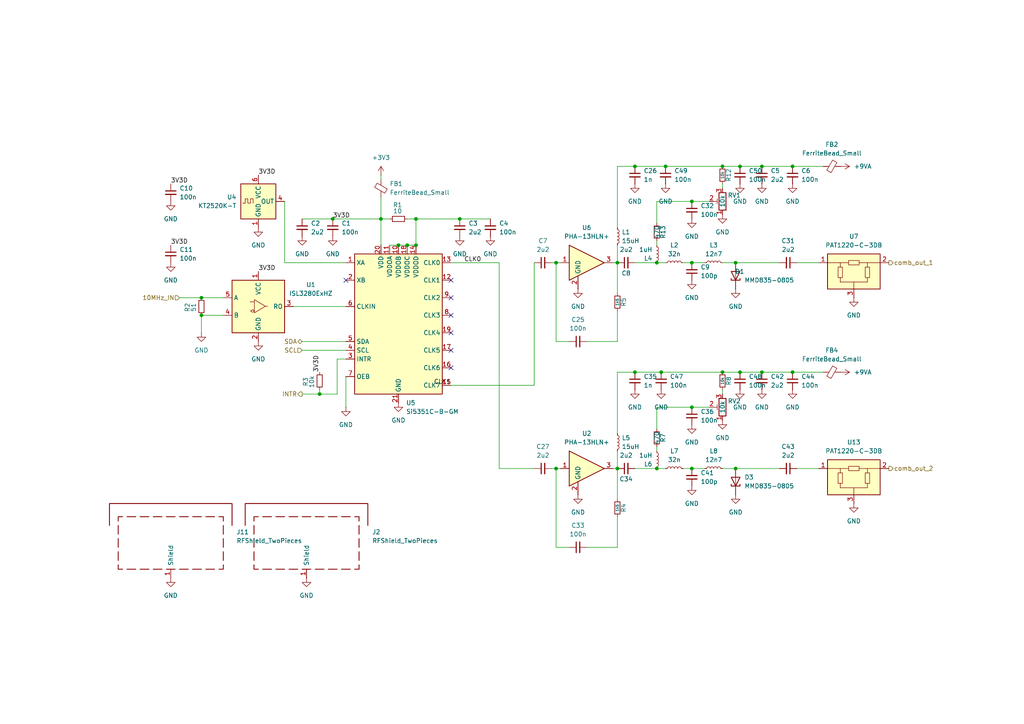
<source format=kicad_sch>
(kicad_sch (version 20250114) (generator "eeschema") (generator_version "9.0")
  (paper "A4")
  (lib_symbols
    (symbol "Device:C_Small" (pin_numbers (hide yes)) (pin_names (offset 0.254) (hide yes))
      (property "Reference" "C" (at 0.254 1.778 0))
      (property "Value" "C_Small" (at 0.254 -2.032 0))
      (symbol "C_Small_0_1"
        (polyline (pts (xy -1.524 0.508) (xy 1.524 0.508)) (stroke (width 0.3048)))
        (polyline (pts (xy -1.524 -0.508) (xy 1.524 -0.508)) (stroke (width 0.3302)))
      )
      (symbol "C_Small_1_1"
        (pin passive line (at 0 2.54 270) (length 2.032) (name "~") (number "1"))
        (pin passive line (at 0 -2.54 90) (length 2.032) (name "~") (number "2"))
      )
    )
    (symbol "Device:D_Tunnel" (pin_numbers (hide yes)) (pin_names (offset 1.016) (hide yes))
      (property "Reference" "D" (at 0 2.54 0))
      (property "Value" "D_Tunnel" (at 0 -2.54 0))
      (symbol "D_Tunnel_0_1"
        (polyline (pts (xy -0.762 1.27) (xy -1.27 1.27) (xy -1.27 -1.27) (xy -0.762 -1.27)) (stroke (width 0.254)))
        (polyline (pts (xy 1.27 0) (xy -1.27 0)))
        (polyline (pts (xy 1.27 -1.27) (xy 1.27 1.27) (xy -1.27 0) (xy 1.27 -1.27)) (stroke (width 0.254)))
      )
      (symbol "D_Tunnel_1_1"
        (pin passive line (at -3.81 0 0) (length 2.54) (name "K") (number "1"))
        (pin passive line (at 3.81 0 180) (length 2.54) (name "A") (number "2"))
      )
    )
    (symbol "Device:FerriteBead_Small" (pin_numbers (hide yes)) (pin_names (offset 0))
      (property "Reference" "FB" (at 1.905 1.27 0))
      (property "Value" "FerriteBead_Small" (at 1.905 -1.27 0))
      (symbol "FerriteBead_Small_0_1"
        (polyline (pts (xy -1.8288 0.2794) (xy -1.1176 1.4986) (xy 1.8288 -0.2032) (xy 1.1176 -1.4224) (xy -1.8288 0.2794)))
        (polyline (pts (xy 0 0.889) (xy 0 1.2954)))
        (polyline (pts (xy 0 -1.27) (xy 0 -0.7874)))
      )
      (symbol "FerriteBead_Small_1_1"
        (pin passive line (at 0 2.54 270) (length 1.27) (name "~") (number "1"))
        (pin passive line (at 0 -2.54 90) (length 1.27) (name "~") (number "2"))
      )
    )
    (symbol "Device:L_Small" (pin_numbers (hide yes)) (pin_names (offset 0.254) (hide yes))
      (property "Reference" "L" (at 0.762 1.016 0))
      (property "Value" "L_Small" (at 0.762 -1.016 0))
      (symbol "L_Small_0_1"
        (arc (start 0 2.032) (mid 0.5058 1.524) (end 0 1.016))
        (arc (start 0 1.016) (mid 0.5058 0.508) (end 0 0))
        (arc (start 0 0) (mid 0.5058 -0.508) (end 0 -1.016))
        (arc (start 0 -1.016) (mid 0.5058 -1.524) (end 0 -2.032))
      )
      (symbol "L_Small_1_1"
        (pin passive line (at 0 2.54 270) (length 0.508) (name "~") (number "1"))
        (pin passive line (at 0 -2.54 90) (length 0.508) (name "~") (number "2"))
      )
    )
    (symbol "Device:RFShield_TwoPieces" (pin_names (offset 1.016))
      (property "Reference" "J" (at 0 5.08 0))
      (property "Value" "RFShield_TwoPieces" (at 0 2.54 0))
      (symbol "RFShield_TwoPieces_0_1"
        (polyline (pts (xy -17.78 5.08) (xy -17.78 11.43) (xy 17.78 11.43) (xy 17.78 5.08)) (stroke (width 0.254)))
        (polyline (pts (xy -15.24 6.35) (xy -15.24 7.62) (xy -13.97 7.62)) (stroke (width 0.254)))
        (polyline (pts (xy -15.24 2.54) (xy -15.24 5.08)) (stroke (width 0.254)))
        (polyline (pts (xy -15.24 -1.27) (xy -15.24 1.27)) (stroke (width 0.254)))
        (polyline (pts (xy -15.24 -5.08) (xy -15.24 -2.54)) (stroke (width 0.254)))
        (polyline (pts (xy -13.97 -7.62) (xy -15.24 -7.62) (xy -15.24 -6.35)) (stroke (width 0.254)))
        (polyline (pts (xy -12.7 7.62) (xy -10.16 7.62)) (stroke (width 0.254)))
        (polyline (pts (xy -10.16 -7.62) (xy -12.7 -7.62)) (stroke (width 0.254)))
        (polyline (pts (xy -6.35 7.62) (xy -8.89 7.62)) (stroke (width 0.254)))
        (polyline (pts (xy -6.35 -7.62) (xy -8.89 -7.62)) (stroke (width 0.254)))
        (polyline (pts (xy -2.54 7.62) (xy -5.08 7.62)) (stroke (width 0.254)))
        (polyline (pts (xy -2.54 -7.62) (xy -5.08 -7.62)) (stroke (width 0.254)))
        (polyline (pts (xy -1.27 -7.62) (xy 1.27 -7.62)) (stroke (width 0.254)))
        (polyline (pts (xy 1.27 7.62) (xy -1.27 7.62)) (stroke (width 0.254)))
        (polyline (pts (xy 2.54 -7.62) (xy 5.08 -7.62)) (stroke (width 0.254)))
        (polyline (pts (xy 5.08 7.62) (xy 2.54 7.62)) (stroke (width 0.254)))
        (polyline (pts (xy 6.35 -7.62) (xy 8.89 -7.62)) (stroke (width 0.254)))
        (polyline (pts (xy 8.89 7.62) (xy 6.35 7.62)) (stroke (width 0.254)))
        (polyline (pts (xy 10.16 -7.62) (xy 12.7 -7.62)) (stroke (width 0.254)))
        (polyline (pts (xy 12.7 7.62) (xy 10.16 7.62)) (stroke (width 0.254)))
        (polyline (pts (xy 13.97 -7.62) (xy 15.24 -7.62) (xy 15.24 -6.35)) (stroke (width 0.254)))
        (polyline (pts (xy 15.24 6.35) (xy 15.24 7.62) (xy 13.97 7.62)) (stroke (width 0.254)))
        (polyline (pts (xy 15.24 2.54) (xy 15.24 5.08)) (stroke (width 0.254)))
        (polyline (pts (xy 15.24 -1.27) (xy 15.24 1.27)) (stroke (width 0.254)))
        (polyline (pts (xy 15.24 -5.08) (xy 15.24 -2.54)) (stroke (width 0.254)))
      )
      (symbol "RFShield_TwoPieces_1_1"
        (pin passive line (at 0 -10.16 90) (length 2.54) (name "Shield") (number "1"))
      )
    )
    (symbol "Device:R_Potentiometer_Trim" (pin_names (offset 1.016) (hide yes))
      (property "Reference" "RV" (at -4.445 0 90))
      (property "Value" "R_Potentiometer_Trim" (at -2.54 0 90))
      (symbol "R_Potentiometer_Trim_0_1"
        (rectangle (start 1.016 2.54) (end -1.016 -2.54) (stroke (width 0.254)))
        (polyline (pts (xy 1.524 0.762) (xy 1.524 -0.762)))
        (polyline (pts (xy 2.54 0) (xy 1.524 0)))
      )
      (symbol "R_Potentiometer_Trim_1_1"
        (pin passive line (at 0 3.81 270) (length 1.27) (name "1") (number "1"))
        (pin passive line (at 0 -3.81 90) (length 1.27) (name "3") (number "3"))
        (pin passive line (at 3.81 0 180) (length 1.27) (name "2") (number "2"))
      )
    )
    (symbol "Device:R_Small" (pin_numbers (hide yes)) (pin_names (offset 0.254) (hide yes))
      (property "Reference" "R" (at 0.762 0.508 0))
      (property "Value" "R_Small" (at 0.762 -1.016 0))
      (symbol "R_Small_0_1"
        (rectangle (start -0.762 1.778) (end 0.762 -1.778) (stroke (width 0.2032)))
      )
      (symbol "R_Small_1_1"
        (pin passive line (at 0 2.54 270) (length 0.762) (name "~") (number "1"))
        (pin passive line (at 0 -2.54 90) (length 0.762) (name "~") (number "2"))
      )
    )
    (symbol "Interface_UART:ISL3280ExHZ"
      (property "Reference" "U" (at 2.54 11.43 0))
      (property "Value" "ISL3280ExHZ" (at 2.54 8.89 0))
      (symbol "ISL3280ExHZ_0_1"
        (polyline (pts (xy -2.0574 -1.2954) (xy -2.3622 -1.2954)))
        (circle (center -1.651 -1.2954) (radius 0.3556))
        (polyline (pts (xy -1.143 1.9812) (xy -1.143 -1.8288) (xy 2.032 0.0762) (xy -1.143 1.9812) (xy -1.143 1.3462) (xy -2.413 1.3462)))
        (polyline (pts (xy 2.032 0.0762) (xy 2.667 0.0762)))
        (rectangle (start 7.62 7.62) (end -7.62 -7.62) (stroke (width 0.254)) (fill (type background)))
      )
      (symbol "ISL3280ExHZ_1_1"
        (pin input line (at -10.16 2.54 0) (length 2.54) (name "A") (number "5"))
        (pin input line (at -10.16 -2.54 0) (length 2.54) (name "B") (number "4"))
        (pin power_in line (at 0 10.16 270) (length 2.54) (name "VCC") (number "1"))
        (pin power_in line (at 0 -10.16 90) (length 2.54) (name "GND") (number "2"))
        (pin output line (at 10.16 0 180) (length 2.54) (name "RO") (number "3"))
      )
    )
    (symbol "Oscillator:KT2520K-T"
      (property "Reference" "U" (at -4.064 6.096 0))
      (property "Value" "KT2520K-T" (at 4.318 6.096 0))
      (symbol "KT2520K-T_0_1"
        (rectangle (start -5.08 5.08) (end 5.08 -5.08) (stroke (width 0.254)) (fill (type background)))
        (polyline (pts (xy -4.572 -0.508) (xy -3.81 -0.508) (xy -3.81 0.762) (xy -3.048 0.762) (xy -3.048 -0.508) (xy -2.286 -0.508) (xy -2.286 0.762) (xy -1.524 0.762) (xy -1.524 -0.508)))
      )
      (symbol "KT2520K-T_1_1"
        (pin no_connect line (at -5.08 2.54 0) (length 2.54) (hide yes) (name "NC") (number "2"))
        (pin no_connect line (at -5.08 -2.54 0) (length 2.54) (hide yes) (name "NC") (number "5"))
        (pin power_in line (at 0 7.62 270) (length 2.54) (name "VCC") (number "6"))
        (pin power_in line (at 0 -7.62 90) (length 2.54) (name "GND") (number "1"))
        (pin passive line (at 0 -7.62 90) (length 2.54) (hide yes) (name "GND") (number "3"))
        (pin output line (at 7.62 0 180) (length 2.54) (name "OUT") (number "4"))
      )
    )
    (symbol "Oscillator:Si5351C-B-GM"
      (property "Reference" "U" (at -12.7 21.59 0))
      (property "Value" "Si5351C-B-GM" (at -13.97 -22.86 0))
      (symbol "Si5351C-B-GM_1_1"
        (rectangle (start -12.7 20.32) (end 12.7 -20.32) (stroke (width 0.254)) (fill (type background)))
        (pin input line (at -15.24 17.78 0) (length 2.54) (name "XA") (number "1"))
        (pin input line (at -15.24 12.7 0) (length 2.54) (name "XB") (number "2"))
        (pin input line (at -15.24 5.08 0) (length 2.54) (name "CLKIN") (number "6"))
        (pin bidirectional line (at -15.24 -5.08 0) (length 2.54) (name "SDA") (number "5"))
        (pin input line (at -15.24 -7.62 0) (length 2.54) (name "SCL") (number "4"))
        (pin output line (at -15.24 -10.16 0) (length 2.54) (name "INTR") (number "3"))
        (pin input line (at -15.24 -15.24 0) (length 2.54) (name "OEB") (number "7"))
        (pin power_in line (at -5.08 22.86 270) (length 2.54) (name "VDD") (number "20"))
        (pin power_in line (at -2.54 22.86 270) (length 2.54) (name "VDDOA") (number "11"))
        (pin power_in line (at 0 22.86 270) (length 2.54) (name "VDDOB") (number "10"))
        (pin power_in line (at 0 -22.86 90) (length 2.54) (name "GND") (number "21"))
        (pin power_in line (at 2.54 22.86 270) (length 2.54) (name "VDDOC") (number "18"))
        (pin power_in line (at 5.08 22.86 270) (length 2.54) (name "VDDOD") (number "14"))
        (pin output line (at 15.24 17.78 180) (length 2.54) (name "CLK0") (number "13"))
        (pin output line (at 15.24 12.7 180) (length 2.54) (name "CLK1") (number "12"))
        (pin output line (at 15.24 7.62 180) (length 2.54) (name "CLK2") (number "9"))
        (pin output line (at 15.24 2.54 180) (length 2.54) (name "CLK3") (number "8"))
        (pin output line (at 15.24 -2.54 180) (length 2.54) (name "CLK4") (number "19"))
        (pin output line (at 15.24 -7.62 180) (length 2.54) (name "CLK5") (number "17"))
        (pin output line (at 15.24 -12.7 180) (length 2.54) (name "CLK6") (number "16"))
        (pin output line (at 15.24 -17.78 180) (length 2.54) (name "CLK7") (number "15"))
      )
    )
    (symbol "RF:PAT1220-C-3DB"
      (property "Reference" "U" (at -6.35 6.35 0))
      (property "Value" "PAT1220-C-3DB" (at 5.08 6.35 0))
      (symbol "PAT1220-C-3DB_0_1"
        (rectangle (start -7.62 5.08) (end 7.62 -5.08) (stroke (width 0.254)) (fill (type background)))
        (polyline (pts (xy -3.937 1.27) (xy -3.937 2.54)))
        (polyline (pts (xy -3.937 -3.048) (xy 3.937 -3.048)))
        (polyline (pts (xy -1.524 2.54) (xy -7.62 2.54)))
        (polyline (pts (xy 0 -5.08) (xy 0 -3.048)))
        (polyline (pts (xy 3.937 1.27) (xy 3.937 2.54)))
        (pin passive line (at 0 -7.62 90) (length 2.54) (name "~") (number "3"))
      )
      (symbol "PAT1220-C-3DB_1_1"
        (rectangle (start -4.572 -1.778) (end -3.302 1.27))
        (polyline (pts (xy -3.937 -3.048) (xy -3.937 -1.778)))
        (rectangle (start -1.524 3.175) (end 1.524 1.905))
        (rectangle (start 3.302 -1.778) (end 4.572 1.27))
        (polyline (pts (xy 3.937 -3.048) (xy 3.937 -1.778)))
        (polyline (pts (xy 7.62 2.54) (xy 1.524 2.54)))
        (pin passive line (at -10.16 2.54 0) (length 2.54) (name "~") (number "1"))
        (pin passive line (at 10.16 2.54 180) (length 2.54) (name "~") (number "2"))
      )
    )
    (symbol "RF_Amplifier:GALI-5"
      (property "Reference" "U" (at -1.27 7.62 0))
      (property "Value" "GALI-5" (at 2.54 5.08 0))
      (symbol "GALI-5_0_1"
        (polyline (pts (xy 5.08 0) (xy -5.08 5.08) (xy -5.08 -5.08) (xy 5.08 0)) (stroke (width 0.254)) (fill (type background)))
      )
      (symbol "GALI-5_1_1"
        (pin input line (at -7.62 0 0) (length 2.54) (name "~") (number "1"))
        (pin power_in line (at -2.54 -7.62 90) (length 3.81) (name "GND") (number "2"))
        (pin output line (at 7.62 0 180) (length 2.54) (name "~") (number "3"))
      )
    )
    (symbol "power:+3V3" (power) (pin_numbers (hide yes)) (pin_names (offset 0) (hide yes))
      (property "Value" "+3V3" (at 0 3.556 0))
      (symbol "+3V3_0_1"
        (polyline (pts (xy -0.762 1.27) (xy 0 2.54)))
        (polyline (pts (xy 0 2.54) (xy 0.762 1.27)))
        (polyline (pts (xy 0 0) (xy 0 2.54)))
      )
      (symbol "+3V3_1_1"
        (pin power_in line (at 0 0 90) (length 0) (name "~") (number "1"))
      )
    )
    (symbol "power:+9VA" (power) (pin_numbers (hide yes)) (pin_names (offset 0) (hide yes))
      (property "Value" "+9VA" (at 0 3.556 0))
      (symbol "+9VA_0_1"
        (polyline (pts (xy -0.762 1.27) (xy 0 2.54)))
        (polyline (pts (xy 0 2.54) (xy 0.762 1.27)))
        (polyline (pts (xy 0 0) (xy 0 2.54)))
      )
      (symbol "+9VA_1_1"
        (pin power_in line (at 0 0 90) (length 0) (name "~") (number "1"))
      )
    )
    (symbol "power:GND" (power) (pin_numbers (hide yes)) (pin_names (offset 0) (hide yes))
      (property "Value" "GND" (at 0 -3.81 0))
      (symbol "GND_0_1"
        (polyline (pts (xy 0 0) (xy 0 -1.27) (xy 1.27 -1.27) (xy 0 -2.54) (xy -1.27 -1.27) (xy 0 -1.27)))
      )
      (symbol "GND_1_1"
        (pin power_in line (at 0 0 270) (length 0) (name "~") (number "1"))
      )
    )
  )
  (junction (at 200.66 135.89))
  (junction (at 115.57 71.12))
  (junction (at 179.07 76.2))
  (junction (at 184.15 48.26))
  (junction (at 213.36 135.89))
  (junction (at 229.87 107.95))
  (junction (at 229.87 48.26))
  (junction (at 214.63 107.95))
  (junction (at 214.63 48.26))
  (junction (at 58.42 91.44))
  (junction (at 58.42 86.36))
  (junction (at 200.66 118.11))
  (junction (at 220.98 107.95))
  (junction (at 92.71 114.3))
  (junction (at 133.35 63.5))
  (junction (at 190.5 135.89))
  (junction (at 200.66 58.42))
  (junction (at 110.49 63.5))
  (junction (at 209.55 107.95))
  (junction (at 220.98 48.26))
  (junction (at 193.04 48.26))
  (junction (at 161.29 76.2))
  (junction (at 190.5 76.2))
  (junction (at 118.11 71.12))
  (junction (at 161.29 135.89))
  (junction (at 120.65 71.12))
  (junction (at 209.55 48.26))
  (junction (at 96.52 63.5))
  (junction (at 184.15 107.95))
  (junction (at 200.66 76.2))
  (junction (at 120.65 63.5))
  (junction (at 191.77 107.95))
  (junction (at 213.36 76.2))
  (junction (at 179.07 135.89))
  (no_connect (at 130.81 101.6))
  (no_connect (at 130.81 96.52))
  (no_connect (at 100.33 81.28))
  (no_connect (at 130.81 86.36))
  (no_connect (at 130.81 106.68))
  (no_connect (at 130.81 81.28))
  (no_connect (at 130.81 91.44))
  (wire (pts (xy 231.14 135.89) (xy 237.49 135.89)))
  (wire (pts (xy 209.55 113.03) (xy 209.55 114.3)))
  (wire (pts (xy 113.03 71.12) (xy 115.57 71.12)))
  (wire (pts (xy 52.07 86.36) (xy 58.42 86.36)))
  (wire (pts (xy 87.63 101.6) (xy 100.33 101.6)))
  (wire (pts (xy 87.63 63.5) (xy 96.52 63.5)))
  (wire (pts (xy 179.07 90.17) (xy 179.07 99.06)))
  (wire (pts (xy 184.15 48.26) (xy 193.04 48.26)))
  (wire (pts (xy 184.15 135.89) (xy 190.5 135.89)))
  (wire (pts (xy 58.42 91.44) (xy 64.77 91.44)))
  (wire (pts (xy 214.63 48.26) (xy 220.98 48.26)))
  (wire (pts (xy 190.5 118.11) (xy 200.66 118.11)))
  (wire (pts (xy 190.5 129.54) (xy 190.5 130.81)))
  (wire (pts (xy 87.63 114.3) (xy 92.71 114.3)))
  (wire (pts (xy 220.98 48.26) (xy 229.87 48.26)))
  (wire (pts (xy 200.66 118.11) (xy 205.74 118.11)))
  (wire (pts (xy 82.55 76.2) (xy 100.33 76.2)))
  (wire (pts (xy 209.55 53.34) (xy 209.55 54.61)))
  (wire (pts (xy 144.78 76.2) (xy 144.78 135.89)))
  (wire (pts (xy 92.71 113.03) (xy 92.71 114.3)))
  (wire (pts (xy 200.66 135.89) (xy 204.47 135.89)))
  (wire (pts (xy 110.49 57.15) (xy 110.49 63.5)))
  (wire (pts (xy 179.07 149.86) (xy 179.07 158.75)))
  (wire (pts (xy 179.07 107.95) (xy 179.07 125.73)))
  (wire (pts (xy 231.14 76.2) (xy 237.49 76.2)))
  (wire (pts (xy 87.63 99.06) (xy 100.33 99.06)))
  (wire (pts (xy 214.63 107.95) (xy 220.98 107.95)))
  (wire (pts (xy 190.5 135.89) (xy 193.04 135.89)))
  (wire (pts (xy 190.5 118.11) (xy 190.5 124.46)))
  (wire (pts (xy 179.07 48.26) (xy 184.15 48.26)))
  (wire (pts (xy 179.07 48.26) (xy 179.07 66.04)))
  (wire (pts (xy 209.55 107.95) (xy 214.63 107.95)))
  (wire (pts (xy 161.29 76.2) (xy 161.29 99.06)))
  (wire (pts (xy 58.42 86.36) (xy 64.77 86.36)))
  (wire (pts (xy 198.12 135.89) (xy 200.66 135.89)))
  (wire (pts (xy 161.29 135.89) (xy 162.56 135.89)))
  (wire (pts (xy 161.29 76.2) (xy 162.56 76.2)))
  (wire (pts (xy 154.94 76.2) (xy 154.94 111.76)))
  (wire (pts (xy 96.52 63.5) (xy 110.49 63.5)))
  (wire (pts (xy 184.15 107.95) (xy 191.77 107.95)))
  (wire (pts (xy 213.36 135.89) (xy 226.06 135.89)))
  (wire (pts (xy 113.03 63.5) (xy 110.49 63.5)))
  (wire (pts (xy 209.55 76.2) (xy 213.36 76.2)))
  (wire (pts (xy 179.07 144.78) (xy 179.07 135.89)))
  (wire (pts (xy 118.11 63.5) (xy 120.65 63.5)))
  (wire (pts (xy 179.07 85.09) (xy 179.07 76.2)))
  (wire (pts (xy 190.5 58.42) (xy 200.66 58.42)))
  (wire (pts (xy 213.36 76.2) (xy 226.06 76.2)))
  (wire (pts (xy 179.07 107.95) (xy 184.15 107.95)))
  (wire (pts (xy 161.29 158.75) (xy 165.1 158.75)))
  (wire (pts (xy 100.33 104.14) (xy 97.79 104.14)))
  (wire (pts (xy 161.29 135.89) (xy 161.29 158.75)))
  (wire (pts (xy 120.65 63.5) (xy 133.35 63.5)))
  (wire (pts (xy 190.5 76.2) (xy 193.04 76.2)))
  (wire (pts (xy 190.5 58.42) (xy 190.5 64.77)))
  (wire (pts (xy 100.33 109.22) (xy 100.33 118.11)))
  (wire (pts (xy 110.49 63.5) (xy 110.49 71.12)))
  (wire (pts (xy 179.07 130.81) (xy 179.07 135.89)))
  (wire (pts (xy 115.57 71.12) (xy 118.11 71.12)))
  (wire (pts (xy 161.29 99.06) (xy 165.1 99.06)))
  (wire (pts (xy 160.02 76.2) (xy 161.29 76.2)))
  (wire (pts (xy 154.94 111.76) (xy 130.81 111.76)))
  (wire (pts (xy 58.42 96.52) (xy 58.42 91.44)))
  (wire (pts (xy 220.98 107.95) (xy 229.87 107.95)))
  (wire (pts (xy 82.55 58.42) (xy 82.55 76.2)))
  (wire (pts (xy 97.79 114.3) (xy 92.71 114.3)))
  (wire (pts (xy 130.81 76.2) (xy 144.78 76.2)))
  (wire (pts (xy 198.12 76.2) (xy 200.66 76.2)))
  (wire (pts (xy 184.15 76.2) (xy 190.5 76.2)))
  (wire (pts (xy 170.18 158.75) (xy 179.07 158.75)))
  (wire (pts (xy 85.09 88.9) (xy 100.33 88.9)))
  (wire (pts (xy 179.07 76.2) (xy 177.8 76.2)))
  (wire (pts (xy 120.65 63.5) (xy 120.65 71.12)))
  (wire (pts (xy 133.35 63.5) (xy 142.24 63.5)))
  (wire (pts (xy 160.02 135.89) (xy 161.29 135.89)))
  (wire (pts (xy 170.18 99.06) (xy 179.07 99.06)))
  (wire (pts (xy 179.07 71.12) (xy 179.07 76.2)))
  (wire (pts (xy 209.55 48.26) (xy 214.63 48.26)))
  (wire (pts (xy 190.5 69.85) (xy 190.5 71.12)))
  (wire (pts (xy 191.77 107.95) (xy 209.55 107.95)))
  (wire (pts (xy 200.66 76.2) (xy 204.47 76.2)))
  (wire (pts (xy 179.07 135.89) (xy 177.8 135.89)))
  (wire (pts (xy 144.78 135.89) (xy 154.94 135.89)))
  (wire (pts (xy 238.76 107.95) (xy 229.87 107.95)))
  (wire (pts (xy 209.55 135.89) (xy 213.36 135.89)))
  (wire (pts (xy 200.66 58.42) (xy 205.74 58.42)))
  (wire (pts (xy 238.76 48.26) (xy 229.87 48.26)))
  (wire (pts (xy 110.49 50.8) (xy 110.49 52.07)))
  (wire (pts (xy 118.11 71.12) (xy 120.65 71.12)))
  (wire (pts (xy 193.04 48.26) (xy 209.55 48.26)))
  (wire (pts (xy 97.79 104.14) (xy 97.79 114.3)))
  (label "3V3D" (at 74.93 50.8 0))
  (label "3V3D" (at 49.53 71.12 0))
  (label "3V3D" (at 92.71 107.95 90))
  (label "3V3D" (at 74.93 78.74 0))
  (label "3V3D" (at 49.53 53.34 0))
  (label "3V3D" (at 96.52 63.5 0))
  (label "CLK1" (at 130.81 111.76 180))
  (label "CLK0" (at 134.62 76.2 0))
  (hierarchical_label "INTR" (shape output) (at 87.63 114.3 180))
  (hierarchical_label "SDA" (shape bidirectional) (at 87.63 99.06 180))
  (hierarchical_label "comb_out_2" (shape output) (at 257.81 135.89 0))
  (hierarchical_label "comb_out_1" (shape output) (at 257.81 76.2 0))
  (hierarchical_label "SCL" (shape input) (at 87.63 101.6 180))
  (hierarchical_label "10MHz_IN" (shape input) (at 52.07 86.36 180))
  (symbol (lib_id "Interface_UART:ISL3280ExHZ") (at 74.93 88.9 0) (unit 1)
    (property "Reference" "U1" (at 90.17 82.5814 0))
    (property "Value" "ISL3280ExHZ" (at 90.17 85.1214 0))
    (property "Footprint" "Package_TO_SOT_SMD:SOT-23-5_HandSoldering" (effects (hide yes)))
    (property "Datasheet" "https://www.renesas.com/us/en/www/doc/datasheet/isl3280e-81e-82e-83e-84e-85e.pdf" (effects (hide yes)))
    (property "Description" "RS485, RS422, 20Mbps Transceiver, 3.0V to 5.5V, SOT-23-5" (effects (hide yes)))
  )
  (symbol (lib_id "power:GND") (at 200.66 123.19 0) (unit 1)
    (property "Reference" "#PWR44" (effects (hide yes)))
    (property "Value" "GND" (at 200.66 128.27 0))
    (property "Description" "Power symbol creates a global label with name \"GND\" , ground" (effects (hide yes)))
  )
  (symbol (lib_id "Device:C_Small") (at 133.35 66.04 0) (unit 1)
    (property "Reference" "C3" (at 135.89 64.7762 0) (effects (justify left)))
    (property "Value" "2u2" (at 135.89 67.3162 0) (effects (justify left)))
    (property "Footprint" "Capacitor_SMD:C_0805_2012Metric_Pad1.18x1.45mm_HandSolder" (effects (hide yes)))
    (property "Description" "Unpolarized capacitor, small symbol" (effects (hide yes)))
  )
  (symbol (lib_id "Device:C_Small") (at 167.64 99.06 90) (unit 1)
    (property "Reference" "C25" (at 167.6463 92.71 90))
    (property "Value" "100n" (at 167.6463 95.25 90))
    (property "Footprint" "Capacitor_SMD:C_0805_2012Metric_Pad1.18x1.45mm_HandSolder" (effects (hide yes)))
    (property "Description" "Unpolarized capacitor, small symbol" (effects (hide yes)))
  )
  (symbol (lib_id "power:GND") (at 167.64 83.82 0) (unit 1)
    (property "Reference" "#PWR2" (effects (hide yes)))
    (property "Value" "GND" (at 167.64 88.9 0))
    (property "Description" "Power symbol creates a global label with name \"GND\" , ground" (effects (hide yes)))
  )
  (symbol (lib_id "Device:R_Small") (at 92.71 110.49 0) (unit 1)
    (property "Reference" "R3" (at 88.646 110.744 90))
    (property "Value" "10k" (at 90.424 110.744 90))
    (property "Footprint" "Resistor_SMD:R_0805_2012Metric_Pad1.20x1.40mm_HandSolder" (effects (hide yes)))
    (property "Description" "Resistor, small symbol" (effects (hide yes)))
  )
  (symbol (lib_id "Device:C_Small") (at 96.52 66.04 0) (unit 1)
    (property "Reference" "C1" (at 99.06 64.7762 0) (effects (justify left)))
    (property "Value" "100n" (at 99.06 67.3162 0) (effects (justify left)))
    (property "Footprint" "Capacitor_SMD:C_0805_2012Metric_Pad1.18x1.45mm_HandSolder" (effects (hide yes)))
    (property "Description" "Unpolarized capacitor, small symbol" (effects (hide yes)))
  )
  (symbol (lib_id "Device:L_Small") (at 195.58 135.89 90) (unit 1)
    (property "Reference" "L7" (at 195.58 130.81 90))
    (property "Value" "32n" (at 195.58 133.35 90))
    (property "Footprint" "Inductor_SMD:L_0805_2012Metric_Pad1.05x1.20mm_HandSolder" (effects (hide yes)))
    (property "Description" "Inductor, small symbol" (effects (hide yes)))
  )
  (symbol (lib_id "Device:C_Small") (at 191.77 110.49 0) (unit 1)
    (property "Reference" "C47" (at 194.31 109.2262 0) (effects (justify left)))
    (property "Value" "100n" (at 194.31 111.7662 0) (effects (justify left)))
    (property "Footprint" "Capacitor_SMD:C_0805_2012Metric_Pad1.18x1.45mm_HandSolder" (effects (hide yes)))
    (property "Description" "Unpolarized capacitor, small symbol" (effects (hide yes)))
  )
  (symbol (lib_id "power:GND") (at 100.33 118.11 0) (unit 1)
    (property "Reference" "#PWR08" (effects (hide yes)))
    (property "Value" "GND" (at 100.33 123.19 0))
    (property "Description" "Power symbol creates a global label with name \"GND\" , ground" (effects (hide yes)))
  )
  (symbol (lib_id "Device:C_Small") (at 49.53 55.88 0) (unit 1)
    (property "Reference" "C10" (at 52.07 54.6162 0) (effects (justify left)))
    (property "Value" "100n" (at 52.07 57.1562 0) (effects (justify left)))
    (property "Footprint" "Capacitor_SMD:C_0805_2012Metric_Pad1.18x1.45mm_HandSolder" (effects (hide yes)))
    (property "Description" "Unpolarized capacitor, small symbol" (effects (hide yes)))
  )
  (symbol (lib_id "power:+3V3") (at 110.49 50.8 0) (unit 1)
    (property "Reference" "#PWR04" (effects (hide yes)))
    (property "Value" "+3V3" (at 110.49 45.72 0))
    (property "Description" "Power symbol creates a global label with name \"+3V3\"" (effects (hide yes)))
  )
  (symbol (lib_id "Oscillator:Si5351C-B-GM") (at 115.57 93.98 0) (unit 1)
    (property "Reference" "U5" (at 117.7641 116.84 0) (effects (justify left)))
    (property "Value" "Si5351C-B-GM" (at 117.7641 119.38 0) (effects (justify left)))
    (property "Footprint" "Package_DFN_QFN:QFN-20-1EP_4x4mm_P0.5mm_EP2.7x2.7mm" (effects (hide yes)))
    (property "Datasheet" "https://www.silabs.com/documents/public/data-sheets/Si5351-B.pdf" (effects (hide yes)))
    (property "Description" "I2C Programmable Any-Frequency CMOS Clock Generator, QFN-20" (effects (hide yes)))
  )
  (symbol (lib_id "power:GND") (at 200.66 140.97 0) (unit 1)
    (property "Reference" "#PWR46" (effects (hide yes)))
    (property "Value" "GND" (at 200.66 146.05 0))
    (property "Description" "Power symbol creates a global label with name \"GND\" , ground" (effects (hide yes)))
  )
  (symbol (lib_id "Device:C_Small") (at 214.63 110.49 0) (unit 1)
    (property "Reference" "C48" (at 217.17 109.2262 0) (effects (justify left)))
    (property "Value" "100n" (at 217.17 111.7662 0) (effects (justify left)))
    (property "Footprint" "Capacitor_SMD:C_0805_2012Metric_Pad1.18x1.45mm_HandSolder" (effects (hide yes)))
    (property "Description" "Unpolarized capacitor, small symbol" (effects (hide yes)))
  )
  (symbol (lib_id "Device:C_Small") (at 49.53 73.66 0) (unit 1)
    (property "Reference" "C11" (at 52.07 72.3962 0) (effects (justify left)))
    (property "Value" "100n" (at 52.07 74.9362 0) (effects (justify left)))
    (property "Footprint" "Capacitor_SMD:C_0805_2012Metric_Pad1.18x1.45mm_HandSolder" (effects (hide yes)))
    (property "Description" "Unpolarized capacitor, small symbol" (effects (hide yes)))
  )
  (symbol (lib_id "Device:R_Potentiometer_Trim") (at 209.55 118.11 180) (unit 1)
    (property "Reference" "RV2" (at 211.074 116.332 0) (effects (justify right)))
    (property "Value" "10k" (at 209.55 119.888 90) (effects (justify right)))
    (property "Footprint" "Potentiometer_SMD:Potentiometer_Bourns_3214J_Horizontal" (effects (hide yes)))
    (property "Description" "Trim-potentiometer" (effects (hide yes)))
  )
  (symbol (lib_id "power:GND") (at 193.04 53.34 0) (unit 1)
    (property "Reference" "#PWR73" (effects (hide yes)))
    (property "Value" "GND" (at 193.04 58.42 0))
    (property "Description" "Power symbol creates a global label with name \"GND\" , ground" (effects (hide yes)))
  )
  (symbol (lib_id "power:GND") (at 49.53 58.42 0) (unit 1)
    (property "Reference" "#PWR013" (effects (hide yes)))
    (property "Value" "GND" (at 49.53 63.5 0))
    (property "Description" "Power symbol creates a global label with name \"GND\" , ground" (effects (hide yes)))
  )
  (symbol (lib_id "Device:D_Tunnel") (at 213.36 139.7 90) (unit 1)
    (property "Reference" "D3" (at 215.9 138.4299 90) (effects (justify right)))
    (property "Value" "MMD835-0805" (at 215.9 140.9699 90) (effects (justify right)))
    (property "Footprint" "Diode_SMD:D_0805_2012Metric_Pad1.15x1.40mm_HandSolder" (effects (hide yes)))
    (property "Datasheet" "https://cdn.macom.com/datasheets/MMDx_SMMDx%20Series.pdf" (effects (hide yes)))
    (property "Description" "Step Recovery Diode" (effects (hide yes)))
    (property "Distributor" "Mouser" (effects (hide yes)))
    (property "Distributor PN" " 937-MMD835-0805 " (effects (hide yes)))
    (property "Manufacturer" "MACOM" (effects (hide yes)))
    (property "Manufacturer PN" "MMD835-0805" (effects (hide yes)))
  )
  (symbol (lib_id "power:GND") (at 96.52 68.58 0) (unit 1)
    (property "Reference" "#PWR09" (effects (hide yes)))
    (property "Value" "GND" (at 96.52 73.66 0))
    (property "Description" "Power symbol creates a global label with name \"GND\" , ground" (effects (hide yes)))
  )
  (symbol (lib_id "Device:C_Small") (at 87.63 66.04 0) (unit 1)
    (property "Reference" "C2" (at 90.17 64.7762 0) (effects (justify left)))
    (property "Value" "2u2" (at 90.17 67.3162 0) (effects (justify left)))
    (property "Footprint" "Capacitor_SMD:C_0805_2012Metric_Pad1.18x1.45mm_HandSolder" (effects (hide yes)))
    (property "Description" "Unpolarized capacitor, small symbol" (effects (hide yes)))
  )
  (symbol (lib_id "RF_Amplifier:GALI-5") (at 170.18 76.2 0) (unit 1)
    (property "Reference" "U6" (at 170.18 66.04 0))
    (property "Value" "PHA-13HLN+" (at 170.18 68.58 0))
    (property "Footprint" "Package_TO_SOT_SMD:SOT-89-3" (effects (hide yes)))
    (property "Datasheet" "https://www.minicircuits.com/pdfs/PHA-13HLN+.pdf" (effects (hide yes)))
    (property "Description" "HF-Verstärker-IC CATV, Mobilfunk 1MHz bis 1GHz SOT-89" (effects (hide yes)))
    (property "Manufacturer PN" "PHA-13HLN+" (effects (hide yes)))
    (property "Distributor" "Mouser" (effects (hide yes)))
    (property "Distributor PN" " 139-PHA-13HLN " (effects (hide yes)))
  )
  (symbol (lib_id "Device:L_Small") (at 179.07 128.27 0) (unit 1)
    (property "Reference" "L5" (at 180.34 126.9999 0) (effects (justify left)))
    (property "Value" "15uH" (at 180.34 129.5399 0) (effects (justify left)))
    (property "Footprint" "Inductor_SMD:L_0805_2012Metric_Pad1.05x1.20mm_HandSolder" (effects (hide yes)))
    (property "Description" "Inductor, small symbol" (effects (hide yes)))
  )
  (symbol (lib_id "power:GND") (at 209.55 62.23 0) (unit 1)
    (property "Reference" "#PWR18" (effects (hide yes)))
    (property "Value" "GND" (at 209.55 67.31 0))
    (property "Description" "Power symbol creates a global label with name \"GND\" , ground" (effects (hide yes)))
  )
  (symbol (lib_id "Device:L_Small") (at 207.01 76.2 90) (unit 1)
    (property "Reference" "L3" (at 207.01 71.12 90))
    (property "Value" "12n7" (at 207.01 73.66 90))
    (property "Footprint" "Inductor_SMD:L_0805_2012Metric_Pad1.05x1.20mm_HandSolder" (effects (hide yes)))
    (property "Description" "Inductor, small symbol" (effects (hide yes)))
  )
  (symbol (lib_id "power:GND") (at 74.93 66.04 0) (unit 1)
    (property "Reference" "#PWR07" (effects (hide yes)))
    (property "Value" "GND" (at 74.93 71.12 0))
    (property "Description" "Power symbol creates a global label with name \"GND\" , ground" (effects (hide yes)))
  )
  (symbol (lib_id "Device:RFShield_TwoPieces") (at 88.9 157.48 0) (unit 1)
    (property "Reference" "J2" (at 107.95 154.3049 0) (effects (justify left)))
    (property "Value" "RFShield_TwoPieces" (at 107.95 156.8449 0) (effects (justify left)))
    (property "Footprint" "RF_Shielding:Wuerth_3670473_47.3x23.3" (effects (hide yes)))
    (property "Description" "Two-piece EMI RF shielding cabinet" (effects (hide yes)))
  )
  (symbol (lib_id "Device:L_Small") (at 190.5 133.35 0) (unit 1)
    (property "Reference" "L6" (at 189.23 134.6201 0) (effects (justify right)))
    (property "Value" "1uH" (at 189.23 132.0801 0) (effects (justify right)))
    (property "Footprint" "Inductor_SMD:L_0805_2012Metric_Pad1.05x1.20mm_HandSolder" (effects (hide yes)))
    (property "Description" "Inductor, small symbol" (effects (hide yes)))
  )
  (symbol (lib_id "Device:C_Small") (at 228.6 135.89 270) (unit 1)
    (property "Reference" "C43" (at 228.5936 129.54 90))
    (property "Value" "2u2" (at 228.5936 132.08 90))
    (property "Footprint" "Capacitor_SMD:C_0805_2012Metric_Pad1.18x1.45mm_HandSolder" (effects (hide yes)))
    (property "Description" "Unpolarized capacitor, small symbol" (effects (hide yes)))
  )
  (symbol (lib_id "Device:L_Small") (at 195.58 76.2 90) (unit 1)
    (property "Reference" "L2" (at 195.58 71.12 90))
    (property "Value" "32n" (at 195.58 73.66 90))
    (property "Footprint" "Inductor_SMD:L_0805_2012Metric_Pad1.05x1.20mm_HandSolder" (effects (hide yes)))
    (property "Description" "Inductor, small symbol" (effects (hide yes)))
  )
  (symbol (lib_id "Device:C_Small") (at 142.24 66.04 0) (unit 1)
    (property "Reference" "C4" (at 144.78 64.7762 0) (effects (justify left)))
    (property "Value" "100n" (at 144.78 67.3162 0) (effects (justify left)))
    (property "Footprint" "Capacitor_SMD:C_0805_2012Metric_Pad1.18x1.45mm_HandSolder" (effects (hide yes)))
    (property "Description" "Unpolarized capacitor, small symbol" (effects (hide yes)))
  )
  (symbol (lib_id "Device:C_Small") (at 157.48 76.2 90) (unit 1)
    (property "Reference" "C7" (at 157.4863 69.85 90))
    (property "Value" "2u2" (at 157.4863 72.39 90))
    (property "Footprint" "Capacitor_SMD:C_0805_2012Metric_Pad1.18x1.45mm_HandSolder" (effects (hide yes)))
    (property "Description" "Unpolarized capacitor, small symbol" (effects (hide yes)))
  )
  (symbol (lib_id "power:GND") (at 88.9 167.64 0) (unit 1)
    (property "Reference" "#PWR1" (effects (hide yes)))
    (property "Value" "GND" (at 88.9 172.72 0))
    (property "Description" "Power symbol creates a global label with name \"GND\" , ground" (effects (hide yes)))
  )
  (symbol (lib_id "power:GND") (at 229.87 113.03 0) (unit 1)
    (property "Reference" "#PWR57" (effects (hide yes)))
    (property "Value" "GND" (at 229.87 118.11 0))
    (property "Description" "Power symbol creates a global label with name \"GND\" , ground" (effects (hide yes)))
  )
  (symbol (lib_id "Device:C_Small") (at 200.66 78.74 180) (unit 1)
    (property "Reference" "C9" (at 203.2 77.4635 0) (effects (justify right)))
    (property "Value" "100p" (at 203.2 80.0035 0) (effects (justify right)))
    (property "Footprint" "Capacitor_SMD:C_0805_2012Metric_Pad1.18x1.45mm_HandSolder" (effects (hide yes)))
    (property "Description" "Unpolarized capacitor, small symbol" (effects (hide yes)))
  )
  (symbol (lib_id "Device:C_Small") (at 181.61 76.2 90) (unit 1)
    (property "Reference" "C8" (at 181.61 79.248 90))
    (property "Value" "2u2" (at 181.6163 72.39 90))
    (property "Footprint" "Capacitor_SMD:C_0805_2012Metric_Pad1.18x1.45mm_HandSolder" (effects (hide yes)))
    (property "Description" "Unpolarized capacitor, small symbol" (effects (hide yes)))
  )
  (symbol (lib_id "power:+9VA") (at 243.84 107.95 270) (unit 1)
    (property "Reference" "#PWR058" (effects (hide yes)))
    (property "Value" "+9VA" (at 247.65 107.9499 90) (effects (justify left)))
    (property "Description" "Power symbol creates a global label with name \"+9VA\"" (effects (hide yes)))
  )
  (symbol (lib_id "power:GND") (at 49.53 167.64 0) (unit 1)
    (property "Reference" "#PWR25" (effects (hide yes)))
    (property "Value" "GND" (at 49.53 172.72 0))
    (property "Description" "Power symbol creates a global label with name \"GND\" , ground" (effects (hide yes)))
  )
  (symbol (lib_id "Device:D_Tunnel") (at 213.36 80.01 90) (unit 1)
    (property "Reference" "D1" (at 215.9 78.7399 90) (effects (justify left)))
    (property "Value" "MMD835-0805" (at 215.9 81.2799 90) (effects (justify right)))
    (property "Footprint" "Diode_SMD:D_0805_2012Metric_Pad1.15x1.40mm_HandSolder" (effects (hide yes)))
    (property "Datasheet" "https://cdn.macom.com/datasheets/MMDx_SMMDx%20Series.pdf" (effects (hide yes)))
    (property "Description" "Step Recovery Diode" (effects (hide yes)))
    (property "Distributor" "Mouser" (effects (hide yes)))
    (property "Distributor PN" " 937-MMD835-0805 " (effects (hide yes)))
    (property "Manufacturer" "MACOM" (effects (hide yes)))
    (property "Manufacturer PN" "MMD835-0805" (effects (hide yes)))
  )
  (symbol (lib_id "Device:C_Small") (at 200.66 60.96 0) (unit 1)
    (property "Reference" "C32" (at 203.2 59.6962 0) (effects (justify left)))
    (property "Value" "100n" (at 203.2 62.2362 0) (effects (justify left)))
    (property "Footprint" "Capacitor_SMD:C_0805_2012Metric_Pad1.18x1.45mm_HandSolder" (effects (hide yes)))
    (property "Description" "Unpolarized capacitor, small symbol" (effects (hide yes)))
  )
  (symbol (lib_id "Device:C_Small") (at 200.66 138.43 180) (unit 1)
    (property "Reference" "C41" (at 203.2 137.1535 0) (effects (justify right)))
    (property "Value" "100p" (at 203.2 139.6935 0) (effects (justify right)))
    (property "Footprint" "Capacitor_SMD:C_0805_2012Metric_Pad1.18x1.45mm_HandSolder" (effects (hide yes)))
    (property "Description" "Unpolarized capacitor, small symbol" (effects (hide yes)))
  )
  (symbol (lib_id "power:GND") (at 220.98 113.03 0) (unit 1)
    (property "Reference" "#PWR55" (effects (hide yes)))
    (property "Value" "GND" (at 220.98 118.11 0))
    (property "Description" "Power symbol creates a global label with name \"GND\" , ground" (effects (hide yes)))
  )
  (symbol (lib_id "RF:PAT1220-C-3DB") (at 247.65 138.43 0) (unit 1)
    (property "Reference" "U13" (at 247.65 128.27 0))
    (property "Value" "PAT1220-C-3DB" (at 247.65 130.81 0))
    (property "Footprint" "RF_Converter:RF_Attenuator_Susumu_PAT1220" (effects (hide yes)))
    (property "Datasheet" "https://www.susumu.co.jp/common/pdf/n_catalog_partition16_en.pdf" (effects (hide yes)))
    (property "Description" "10GHz RF Attenuator, 50ohm Matched Impedance, 3dB Attenuation, PAT1220" (effects (hide yes)))
  )
  (symbol (lib_id "power:GND") (at 58.42 96.52 0) (unit 1)
    (property "Reference" "#PWR015" (effects (hide yes)))
    (property "Value" "GND" (at 58.42 101.6 0))
    (property "Description" "Power symbol creates a global label with name \"GND\" , ground" (effects (hide yes)))
  )
  (symbol (lib_id "Device:FerriteBead_Small") (at 241.3 48.26 90) (unit 1)
    (property "Reference" "FB2" (at 241.2619 41.91 90))
    (property "Value" "FerriteBead_Small" (at 241.2619 44.45 90))
    (property "Footprint" "Inductor_SMD:L_0805_2012Metric_Pad1.15x1.40mm_HandSolder" (effects (hide yes)))
    (property "Description" "Ferrite bead, small symbol" (effects (hide yes)))
  )
  (symbol (lib_id "Device:R_Small") (at 115.57 63.5 270) (unit 1)
    (property "Reference" "R1" (at 115.316 59.436 90))
    (property "Value" "10" (at 115.316 61.214 90))
    (property "Footprint" "Resistor_SMD:R_0805_2012Metric_Pad1.20x1.40mm_HandSolder" (effects (hide yes)))
    (property "Description" "Resistor, small symbol" (effects (hide yes)))
  )
  (symbol (lib_id "power:GND") (at 247.65 86.36 0) (unit 1)
    (property "Reference" "#PWR22" (effects (hide yes)))
    (property "Value" "GND" (at 247.65 91.44 0))
    (property "Description" "Power symbol creates a global label with name \"GND\" , ground" (effects (hide yes)))
  )
  (symbol (lib_id "power:GND") (at 209.55 121.92 0) (unit 1)
    (property "Reference" "#PWR47" (effects (hide yes)))
    (property "Value" "GND" (at 209.55 127 0))
    (property "Description" "Power symbol creates a global label with name \"GND\" , ground" (effects (hide yes)))
  )
  (symbol (lib_id "power:GND") (at 200.66 81.28 0) (unit 1)
    (property "Reference" "#PWR20" (effects (hide yes)))
    (property "Value" "GND" (at 200.66 86.36 0))
    (property "Description" "Power symbol creates a global label with name \"GND\" , ground" (effects (hide yes)))
  )
  (symbol (lib_id "Device:R_Small") (at 190.5 67.31 180) (unit 1)
    (property "Reference" "R13" (at 192.278 67.31 90))
    (property "Value" "470" (at 190.5 67.31 90))
    (property "Footprint" "Resistor_SMD:R_0805_2012Metric_Pad1.20x1.40mm_HandSolder" (effects (hide yes)))
    (property "Description" "Resistor, small symbol" (effects (hide yes)))
  )
  (symbol (lib_id "Device:C_Small") (at 167.64 158.75 90) (unit 1)
    (property "Reference" "C33" (at 167.6463 152.4 90))
    (property "Value" "100n" (at 167.6463 154.94 90))
    (property "Footprint" "Capacitor_SMD:C_0805_2012Metric_Pad1.18x1.45mm_HandSolder" (effects (hide yes)))
    (property "Description" "Unpolarized capacitor, small symbol" (effects (hide yes)))
  )
  (symbol (lib_id "Device:C_Small") (at 220.98 50.8 0) (unit 1)
    (property "Reference" "C5" (at 223.52 49.5362 0) (effects (justify left)))
    (property "Value" "2u2" (at 223.52 52.0762 0) (effects (justify left)))
    (property "Footprint" "Capacitor_SMD:C_0805_2012Metric_Pad1.18x1.45mm_HandSolder" (effects (hide yes)))
    (property "Description" "Unpolarized capacitor, small symbol" (effects (hide yes)))
  )
  (symbol (lib_id "Device:C_Small") (at 157.48 135.89 90) (unit 1)
    (property "Reference" "C27" (at 157.4863 129.54 90))
    (property "Value" "2u2" (at 157.4863 132.08 90))
    (property "Footprint" "Capacitor_SMD:C_0805_2012Metric_Pad1.18x1.45mm_HandSolder" (effects (hide yes)))
    (property "Description" "Unpolarized capacitor, small symbol" (effects (hide yes)))
  )
  (symbol (lib_id "power:GND") (at 49.53 76.2 0) (unit 1)
    (property "Reference" "#PWR016" (effects (hide yes)))
    (property "Value" "GND" (at 49.53 81.28 0))
    (property "Description" "Power symbol creates a global label with name \"GND\" , ground" (effects (hide yes)))
  )
  (symbol (lib_id "Device:C_Small") (at 181.61 135.89 90) (unit 1)
    (property "Reference" "C34" (at 181.61 138.938 90))
    (property "Value" "2u2" (at 181.6163 132.08 90))
    (property "Footprint" "Capacitor_SMD:C_0805_2012Metric_Pad1.18x1.45mm_HandSolder" (effects (hide yes)))
    (property "Description" "Unpolarized capacitor, small symbol" (effects (hide yes)))
  )
  (symbol (lib_id "Device:R_Potentiometer_Trim") (at 209.55 58.42 180) (unit 1)
    (property "Reference" "RV1" (at 211.074 56.642 0) (effects (justify right)))
    (property "Value" "10k" (at 209.55 60.198 90) (effects (justify right)))
    (property "Footprint" "Potentiometer_SMD:Potentiometer_Bourns_3214J_Horizontal" (effects (hide yes)))
    (property "Description" "Trim-potentiometer" (effects (hide yes)))
  )
  (symbol (lib_id "power:GND") (at 229.87 53.34 0) (unit 1)
    (property "Reference" "#PWR17" (effects (hide yes)))
    (property "Value" "GND" (at 229.87 58.42 0))
    (property "Description" "Power symbol creates a global label with name \"GND\" , ground" (effects (hide yes)))
  )
  (symbol (lib_id "Device:R_Small") (at 179.07 147.32 180) (unit 1)
    (property "Reference" "R4" (at 180.848 147.32 90))
    (property "Value" "1k5" (at 179.07 147.32 90) (effects (font (size 0.762 0.762))))
    (property "Footprint" "Resistor_SMD:R_0805_2012Metric_Pad1.20x1.40mm_HandSolder" (effects (hide yes)))
    (property "Description" "Resistor, small symbol" (effects (hide yes)))
  )
  (symbol (lib_id "Device:R_Small") (at 179.07 87.63 180) (unit 1)
    (property "Reference" "R5" (at 180.848 87.63 90))
    (property "Value" "1k5" (at 179.07 87.63 90) (effects (font (size 0.762 0.762))))
    (property "Footprint" "Resistor_SMD:R_0805_2012Metric_Pad1.20x1.40mm_HandSolder" (effects (hide yes)))
    (property "Description" "Resistor, small symbol" (effects (hide yes)))
  )
  (symbol (lib_id "RF_Amplifier:GALI-5") (at 170.18 135.89 0) (unit 1)
    (property "Reference" "U2" (at 170.18 125.73 0))
    (property "Value" "PHA-13HLN+" (at 170.18 128.27 0))
    (property "Footprint" "Package_TO_SOT_SMD:SOT-89-3" (effects (hide yes)))
    (property "Datasheet" "https://www.minicircuits.com/pdfs/PHA-13HLN+.pdf" (effects (hide yes)))
    (property "Description" "HF-Verstärker-IC CATV, Mobilfunk 1MHz bis 1GHz SOT-89" (effects (hide yes)))
    (property "Manufacturer PN" "PHA-13HLN+" (effects (hide yes)))
    (property "Distributor" "Mouser" (effects (hide yes)))
    (property "Distributor PN" " 139-PHA-13HLN " (effects (hide yes)))
  )
  (symbol (lib_id "Device:C_Small") (at 229.87 110.49 0) (unit 1)
    (property "Reference" "C44" (at 232.41 109.2262 0) (effects (justify left)))
    (property "Value" "100n" (at 232.41 111.7662 0) (effects (justify left)))
    (property "Footprint" "Capacitor_SMD:C_0805_2012Metric_Pad1.18x1.45mm_HandSolder" (effects (hide yes)))
    (property "Description" "Unpolarized capacitor, small symbol" (effects (hide yes)))
  )
  (symbol (lib_id "power:GND") (at 115.57 116.84 0) (unit 1)
    (property "Reference" "#PWR05" (effects (hide yes)))
    (property "Value" "GND" (at 115.57 121.92 0))
    (property "Description" "Power symbol creates a global label with name \"GND\" , ground" (effects (hide yes)))
  )
  (symbol (lib_id "power:GND") (at 167.64 143.51 0) (unit 1)
    (property "Reference" "#PWR42" (effects (hide yes)))
    (property "Value" "GND" (at 167.64 148.59 0))
    (property "Description" "Power symbol creates a global label with name \"GND\" , ground" (effects (hide yes)))
  )
  (symbol (lib_id "power:GND") (at 247.65 146.05 0) (unit 1)
    (property "Reference" "#PWR59" (effects (hide yes)))
    (property "Value" "GND" (at 247.65 151.13 0))
    (property "Description" "Power symbol creates a global label with name \"GND\" , ground" (effects (hide yes)))
  )
  (symbol (lib_id "Device:C_Small") (at 214.63 50.8 0) (unit 1)
    (property "Reference" "C50" (at 217.17 49.5362 0) (effects (justify left)))
    (property "Value" "100n" (at 217.17 52.0762 0) (effects (justify left)))
    (property "Footprint" "Capacitor_SMD:C_0805_2012Metric_Pad1.18x1.45mm_HandSolder" (effects (hide yes)))
    (property "Description" "Unpolarized capacitor, small symbol" (effects (hide yes)))
  )
  (symbol (lib_id "Device:R_Small") (at 209.55 50.8 180) (unit 1)
    (property "Reference" "R12" (at 211.328 50.8 90))
    (property "Value" "10k" (at 209.55 50.8 90) (effects (font (size 0.762 0.762))))
    (property "Footprint" "Resistor_SMD:R_0805_2012Metric_Pad1.20x1.40mm_HandSolder" (effects (hide yes)))
    (property "Description" "Resistor, small symbol" (effects (hide yes)))
  )
  (symbol (lib_id "Device:C_Small") (at 184.15 50.8 0) (unit 1)
    (property "Reference" "C26" (at 186.69 49.5362 0) (effects (justify left)))
    (property "Value" "1n" (at 186.69 52.0762 0) (effects (justify left)))
    (property "Footprint" "Capacitor_SMD:C_0805_2012Metric_Pad1.18x1.45mm_HandSolder" (effects (hide yes)))
    (property "Description" "Unpolarized capacitor, small symbol" (effects (hide yes)))
  )
  (symbol (lib_id "power:GND") (at 184.15 113.03 0) (unit 1)
    (property "Reference" "#PWR43" (effects (hide yes)))
    (property "Value" "GND" (at 184.15 118.11 0))
    (property "Description" "Power symbol creates a global label with name \"GND\" , ground" (effects (hide yes)))
  )
  (symbol (lib_id "power:GND") (at 142.24 68.58 0) (unit 1)
    (property "Reference" "#PWR012" (effects (hide yes)))
    (property "Value" "GND" (at 142.24 73.66 0))
    (property "Description" "Power symbol creates a global label with name \"GND\" , ground" (effects (hide yes)))
  )
  (symbol (lib_id "Device:R_Small") (at 209.55 110.49 180) (unit 1)
    (property "Reference" "R8" (at 211.328 110.49 90))
    (property "Value" "10k" (at 209.55 110.49 90) (effects (font (size 0.762 0.762))))
    (property "Footprint" "Resistor_SMD:R_0805_2012Metric_Pad1.20x1.40mm_HandSolder" (effects (hide yes)))
    (property "Description" "Resistor, small symbol" (effects (hide yes)))
  )
  (symbol (lib_id "power:GND") (at 133.35 68.58 0) (unit 1)
    (property "Reference" "#PWR011" (effects (hide yes)))
    (property "Value" "GND" (at 133.35 73.66 0))
    (property "Description" "Power symbol creates a global label with name \"GND\" , ground" (effects (hide yes)))
  )
  (symbol (lib_id "Device:L_Small") (at 207.01 135.89 90) (unit 1)
    (property "Reference" "L8" (at 207.01 130.81 90))
    (property "Value" "12n7" (at 207.01 133.35 90))
    (property "Footprint" "Inductor_SMD:L_0805_2012Metric_Pad1.05x1.20mm_HandSolder" (effects (hide yes)))
    (property "Description" "Inductor, small symbol" (effects (hide yes)))
  )
  (symbol (lib_id "Device:FerriteBead_Small") (at 241.3 107.95 90) (unit 1)
    (property "Reference" "FB4" (at 241.2619 101.6 90))
    (property "Value" "FerriteBead_Small" (at 241.2619 104.14 90))
    (property "Footprint" "Inductor_SMD:L_0805_2012Metric_Pad1.15x1.40mm_HandSolder" (effects (hide yes)))
    (property "Description" "Ferrite bead, small symbol" (effects (hide yes)))
  )
  (symbol (lib_id "power:GND") (at 191.77 113.03 0) (unit 1)
    (property "Reference" "#PWR71" (effects (hide yes)))
    (property "Value" "GND" (at 191.77 118.11 0))
    (property "Description" "Power symbol creates a global label with name \"GND\" , ground" (effects (hide yes)))
  )
  (symbol (lib_id "power:+9VA") (at 243.84 48.26 270) (unit 1)
    (property "Reference" "#PWR019" (effects (hide yes)))
    (property "Value" "+9VA" (at 247.65 48.2599 90) (effects (justify left)))
    (property "Description" "Power symbol creates a global label with name \"+9VA\"" (effects (hide yes)))
  )
  (symbol (lib_id "Device:FerriteBead_Small") (at 110.49 54.61 0) (unit 1)
    (property "Reference" "FB1" (at 113.03 53.3018 0) (effects (justify left)))
    (property "Value" "FerriteBead_Small" (at 113.03 55.8418 0) (effects (justify left)))
    (property "Footprint" "Inductor_SMD:L_0805_2012Metric_Pad1.15x1.40mm_HandSolder" (effects (hide yes)))
    (property "Description" "Ferrite bead, small symbol" (effects (hide yes)))
  )
  (symbol (lib_id "Device:RFShield_TwoPieces") (at 49.53 157.48 0) (unit 1)
    (property "Reference" "J11" (at 68.58 154.3049 0) (effects (justify left)))
    (property "Value" "RFShield_TwoPieces" (at 68.58 156.8449 0) (effects (justify left)))
    (property "Footprint" "RF_Shielding:Wuerth_3670473_47.3x23.3" (effects (hide yes)))
    (property "Description" "Two-piece EMI RF shielding cabinet" (effects (hide yes)))
  )
  (symbol (lib_id "power:GND") (at 220.98 53.34 0) (unit 1)
    (property "Reference" "#PWR67" (effects (hide yes)))
    (property "Value" "GND" (at 220.98 58.42 0))
    (property "Description" "Power symbol creates a global label with name \"GND\" , ground" (effects (hide yes)))
  )
  (symbol (lib_id "Device:L_Small") (at 179.07 68.58 0) (unit 1)
    (property "Reference" "L1" (at 180.34 67.3099 0) (effects (justify left)))
    (property "Value" "15uH" (at 180.34 69.8499 0) (effects (justify left)))
    (property "Footprint" "Inductor_SMD:L_0805_2012Metric_Pad1.05x1.20mm_HandSolder" (effects (hide yes)))
    (property "Description" "Inductor, small symbol" (effects (hide yes)))
  )
  (symbol (lib_id "Device:C_Small") (at 184.15 110.49 0) (unit 1)
    (property "Reference" "C35" (at 186.69 109.2262 0) (effects (justify left)))
    (property "Value" "1n" (at 186.69 111.7662 0) (effects (justify left)))
    (property "Footprint" "Capacitor_SMD:C_0805_2012Metric_Pad1.18x1.45mm_HandSolder" (effects (hide yes)))
    (property "Description" "Unpolarized capacitor, small symbol" (effects (hide yes)))
  )
  (symbol (lib_id "Oscillator:KT2520K-T") (at 74.93 58.42 0) (unit 1)
    (property "Reference" "U4" (at 68.58 57.1499 0) (effects (justify right)))
    (property "Value" "KT2520K-T" (at 68.58 59.6899 0) (effects (justify right)))
    (property "Footprint" "Oscillator:Oscillator_SMD_Kyocera_2520-6Pin_2.5x2.0mm" (effects (hide yes)))
    (property "Datasheet" "https://global.kyocera.com/prdct/electro/product/pdf/kt2520_e.pdf" (effects (hide yes)))
    (property "Description" "10-60MHz Temperature Compensated Crystal Oscillator, Kyocera 2520" (effects (hide yes)))
  )
  (symbol (lib_id "power:GND") (at 200.66 63.5 0) (unit 1)
    (property "Reference" "#PWR68" (effects (hide yes)))
    (property "Value" "GND" (at 200.66 68.58 0))
    (property "Description" "Power symbol creates a global label with name \"GND\" , ground" (effects (hide yes)))
  )
  (symbol (lib_id "Device:C_Small") (at 228.6 76.2 270) (unit 1)
    (property "Reference" "C31" (at 228.5936 69.85 90))
    (property "Value" "2u2" (at 228.5936 72.39 90))
    (property "Footprint" "Capacitor_SMD:C_0805_2012Metric_Pad1.18x1.45mm_HandSolder" (effects (hide yes)))
    (property "Description" "Unpolarized capacitor, small symbol" (effects (hide yes)))
  )
  (symbol (lib_id "Device:R_Small") (at 58.42 88.9 0) (unit 1)
    (property "Reference" "R2" (at 54.356 89.154 90))
    (property "Value" "51" (at 56.134 89.154 90))
    (property "Footprint" "Resistor_SMD:R_0805_2012Metric_Pad1.20x1.40mm_HandSolder" (effects (hide yes)))
    (property "Description" "Resistor, small symbol" (effects (hide yes)))
  )
  (symbol (lib_id "power:GND") (at 74.93 99.06 0) (unit 1)
    (property "Reference" "#PWR06" (effects (hide yes)))
    (property "Value" "GND" (at 74.93 104.14 0))
    (property "Description" "Power symbol creates a global label with name \"GND\" , ground" (effects (hide yes)))
  )
  (symbol (lib_id "Device:R_Small") (at 190.5 127 180) (unit 1)
    (property "Reference" "R7" (at 192.278 127 90))
    (property "Value" "470" (at 190.5 127 90))
    (property "Footprint" "Resistor_SMD:R_0805_2012Metric_Pad1.20x1.40mm_HandSolder" (effects (hide yes)))
    (property "Description" "Resistor, small symbol" (effects (hide yes)))
  )
  (symbol (lib_id "Device:C_Small") (at 229.87 50.8 0) (unit 1)
    (property "Reference" "C6" (at 232.41 49.5362 0) (effects (justify left)))
    (property "Value" "100n" (at 232.41 52.0762 0) (effects (justify left)))
    (property "Footprint" "Capacitor_SMD:C_0805_2012Metric_Pad1.18x1.45mm_HandSolder" (effects (hide yes)))
    (property "Description" "Unpolarized capacitor, small symbol" (effects (hide yes)))
  )
  (symbol (lib_id "power:GND") (at 214.63 53.34 0) (unit 1)
    (property "Reference" "#PWR78" (effects (hide yes)))
    (property "Value" "GND" (at 214.63 58.42 0))
    (property "Description" "Power symbol creates a global label with name \"GND\" , ground" (effects (hide yes)))
  )
  (symbol (lib_id "Device:C_Small") (at 200.66 120.65 0) (unit 1)
    (property "Reference" "C36" (at 203.2 119.3862 0) (effects (justify left)))
    (property "Value" "100n" (at 203.2 121.9262 0) (effects (justify left)))
    (property "Footprint" "Capacitor_SMD:C_0805_2012Metric_Pad1.18x1.45mm_HandSolder" (effects (hide yes)))
    (property "Description" "Unpolarized capacitor, small symbol" (effects (hide yes)))
  )
  (symbol (lib_id "power:GND") (at 184.15 53.34 0) (unit 1)
    (property "Reference" "#PWR33" (effects (hide yes)))
    (property "Value" "GND" (at 184.15 58.42 0))
    (property "Description" "Power symbol creates a global label with name \"GND\" , ground" (effects (hide yes)))
  )
  (symbol (lib_id "Device:C_Small") (at 220.98 110.49 0) (unit 1)
    (property "Reference" "C42" (at 223.52 109.2262 0) (effects (justify left)))
    (property "Value" "2u2" (at 223.52 111.7662 0) (effects (justify left)))
    (property "Footprint" "Capacitor_SMD:C_0805_2012Metric_Pad1.18x1.45mm_HandSolder" (effects (hide yes)))
    (property "Description" "Unpolarized capacitor, small symbol" (effects (hide yes)))
  )
  (symbol (lib_id "RF:PAT1220-C-3DB") (at 247.65 78.74 0) (unit 1)
    (property "Reference" "U7" (at 247.65 68.58 0))
    (property "Value" "PAT1220-C-3DB" (at 247.65 71.12 0))
    (property "Footprint" "RF_Converter:RF_Attenuator_Susumu_PAT1220" (effects (hide yes)))
    (property "Datasheet" "https://www.susumu.co.jp/common/pdf/n_catalog_partition16_en.pdf" (effects (hide yes)))
    (property "Description" "10GHz RF Attenuator, 50ohm Matched Impedance, 3dB Attenuation, PAT1220" (effects (hide yes)))
  )
  (symbol (lib_id "power:GND") (at 87.63 68.58 0) (unit 1)
    (property "Reference" "#PWR010" (effects (hide yes)))
    (property "Value" "GND" (at 87.63 73.66 0))
    (property "Description" "Power symbol creates a global label with name \"GND\" , ground" (effects (hide yes)))
  )
  (symbol (lib_id "power:GND") (at 214.63 113.03 0) (unit 1)
    (property "Reference" "#PWR72" (effects (hide yes)))
    (property "Value" "GND" (at 214.63 118.11 0))
    (property "Description" "Power symbol creates a global label with name \"GND\" , ground" (effects (hide yes)))
  )
  (symbol (lib_id "power:GND") (at 213.36 83.82 0) (unit 1)
    (property "Reference" "#PWR21" (effects (hide yes)))
    (property "Value" "GND" (at 213.36 88.9 0))
    (property "Description" "Power symbol creates a global label with name \"GND\" , ground" (effects (hide yes)))
  )
  (symbol (lib_id "Device:C_Small") (at 193.04 50.8 0) (unit 1)
    (property "Reference" "C49" (at 195.58 49.5362 0) (effects (justify left)))
    (property "Value" "100n" (at 195.58 52.0762 0) (effects (justify left)))
    (property "Footprint" "Capacitor_SMD:C_0805_2012Metric_Pad1.18x1.45mm_HandSolder" (effects (hide yes)))
    (property "Description" "Unpolarized capacitor, small symbol" (effects (hide yes)))
  )
  (symbol (lib_id "power:GND") (at 213.36 143.51 0) (unit 1)
    (property "Reference" "#PWR54" (effects (hide yes)))
    (property "Value" "GND" (at 213.36 148.59 0))
    (property "Description" "Power symbol creates a global label with name \"GND\" , ground" (effects (hide yes)))
  )
  (symbol (lib_id "Device:L_Small") (at 190.5 73.66 0) (unit 1)
    (property "Reference" "L4" (at 189.23 74.9301 0) (effects (justify right)))
    (property "Value" "1uH" (at 189.23 72.3901 0) (effects (justify right)))
    (property "Footprint" "Inductor_SMD:L_0805_2012Metric_Pad1.05x1.20mm_HandSolder" (effects (hide yes)))
    (property "Description" "Inductor, small symbol" (effects (hide yes)))
  )
)
</source>
